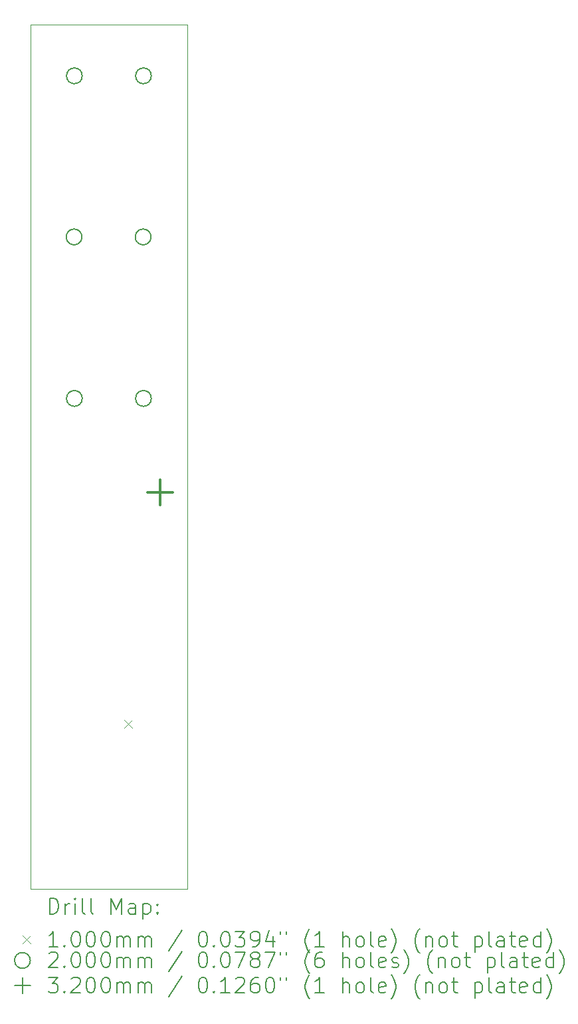
<source format=gbr>
%TF.GenerationSoftware,KiCad,Pcbnew,7.0.1.1-36-gbcf78dbe24-dirty-deb11*%
%TF.CreationDate,Date%
%TF.ProjectId,RP2040-VCO,52503230-3430-42d5-9643-4f2e6b696361,rev?*%
%TF.SameCoordinates,Original*%
%TF.FileFunction,Drillmap*%
%TF.FilePolarity,Positive*%
%FSLAX45Y45*%
G04 Gerber Fmt 4.5, Leading zero omitted, Abs format (unit mm)*
G04 Created by KiCad*
%MOMM*%
%LPD*%
G01*
G04 APERTURE LIST*
%ADD10C,0.050000*%
%ADD11C,0.200000*%
%ADD12C,0.100000*%
%ADD13C,0.320000*%
G04 APERTURE END LIST*
D10*
X9400000Y-3650000D02*
X9400000Y-14650000D01*
X7400000Y-3650000D02*
X9400000Y-3650000D01*
X7400000Y-3650000D02*
X7400000Y-14650000D01*
X7400000Y-14650000D02*
X9400000Y-14650000D01*
D11*
D12*
X8596000Y-12500000D02*
X8696000Y-12600000D01*
X8696000Y-12500000D02*
X8596000Y-12600000D01*
D11*
X8056000Y-6350000D02*
G75*
G03*
X8056000Y-6350000I-100000J0D01*
G01*
X8060000Y-4300000D02*
G75*
G03*
X8060000Y-4300000I-100000J0D01*
G01*
X8060000Y-8405000D02*
G75*
G03*
X8060000Y-8405000I-100000J0D01*
G01*
X8936000Y-6350000D02*
G75*
G03*
X8936000Y-6350000I-100000J0D01*
G01*
X8940000Y-4300000D02*
G75*
G03*
X8940000Y-4300000I-100000J0D01*
G01*
X8940000Y-8405000D02*
G75*
G03*
X8940000Y-8405000I-100000J0D01*
G01*
D13*
X9050000Y-9440000D02*
X9050000Y-9760000D01*
X8890000Y-9600000D02*
X9210000Y-9600000D01*
D11*
X7645119Y-14965024D02*
X7645119Y-14765024D01*
X7645119Y-14765024D02*
X7692738Y-14765024D01*
X7692738Y-14765024D02*
X7721309Y-14774548D01*
X7721309Y-14774548D02*
X7740357Y-14793595D01*
X7740357Y-14793595D02*
X7749881Y-14812643D01*
X7749881Y-14812643D02*
X7759405Y-14850738D01*
X7759405Y-14850738D02*
X7759405Y-14879309D01*
X7759405Y-14879309D02*
X7749881Y-14917405D01*
X7749881Y-14917405D02*
X7740357Y-14936452D01*
X7740357Y-14936452D02*
X7721309Y-14955500D01*
X7721309Y-14955500D02*
X7692738Y-14965024D01*
X7692738Y-14965024D02*
X7645119Y-14965024D01*
X7845119Y-14965024D02*
X7845119Y-14831690D01*
X7845119Y-14869786D02*
X7854643Y-14850738D01*
X7854643Y-14850738D02*
X7864167Y-14841214D01*
X7864167Y-14841214D02*
X7883214Y-14831690D01*
X7883214Y-14831690D02*
X7902262Y-14831690D01*
X7968928Y-14965024D02*
X7968928Y-14831690D01*
X7968928Y-14765024D02*
X7959405Y-14774548D01*
X7959405Y-14774548D02*
X7968928Y-14784071D01*
X7968928Y-14784071D02*
X7978452Y-14774548D01*
X7978452Y-14774548D02*
X7968928Y-14765024D01*
X7968928Y-14765024D02*
X7968928Y-14784071D01*
X8092738Y-14965024D02*
X8073690Y-14955500D01*
X8073690Y-14955500D02*
X8064167Y-14936452D01*
X8064167Y-14936452D02*
X8064167Y-14765024D01*
X8197500Y-14965024D02*
X8178452Y-14955500D01*
X8178452Y-14955500D02*
X8168928Y-14936452D01*
X8168928Y-14936452D02*
X8168928Y-14765024D01*
X8426071Y-14965024D02*
X8426071Y-14765024D01*
X8426071Y-14765024D02*
X8492738Y-14907881D01*
X8492738Y-14907881D02*
X8559405Y-14765024D01*
X8559405Y-14765024D02*
X8559405Y-14965024D01*
X8740357Y-14965024D02*
X8740357Y-14860262D01*
X8740357Y-14860262D02*
X8730833Y-14841214D01*
X8730833Y-14841214D02*
X8711786Y-14831690D01*
X8711786Y-14831690D02*
X8673690Y-14831690D01*
X8673690Y-14831690D02*
X8654643Y-14841214D01*
X8740357Y-14955500D02*
X8721310Y-14965024D01*
X8721310Y-14965024D02*
X8673690Y-14965024D01*
X8673690Y-14965024D02*
X8654643Y-14955500D01*
X8654643Y-14955500D02*
X8645119Y-14936452D01*
X8645119Y-14936452D02*
X8645119Y-14917405D01*
X8645119Y-14917405D02*
X8654643Y-14898357D01*
X8654643Y-14898357D02*
X8673690Y-14888833D01*
X8673690Y-14888833D02*
X8721310Y-14888833D01*
X8721310Y-14888833D02*
X8740357Y-14879309D01*
X8835595Y-14831690D02*
X8835595Y-15031690D01*
X8835595Y-14841214D02*
X8854643Y-14831690D01*
X8854643Y-14831690D02*
X8892738Y-14831690D01*
X8892738Y-14831690D02*
X8911786Y-14841214D01*
X8911786Y-14841214D02*
X8921310Y-14850738D01*
X8921310Y-14850738D02*
X8930833Y-14869786D01*
X8930833Y-14869786D02*
X8930833Y-14926928D01*
X8930833Y-14926928D02*
X8921310Y-14945976D01*
X8921310Y-14945976D02*
X8911786Y-14955500D01*
X8911786Y-14955500D02*
X8892738Y-14965024D01*
X8892738Y-14965024D02*
X8854643Y-14965024D01*
X8854643Y-14965024D02*
X8835595Y-14955500D01*
X9016548Y-14945976D02*
X9026071Y-14955500D01*
X9026071Y-14955500D02*
X9016548Y-14965024D01*
X9016548Y-14965024D02*
X9007024Y-14955500D01*
X9007024Y-14955500D02*
X9016548Y-14945976D01*
X9016548Y-14945976D02*
X9016548Y-14965024D01*
X9016548Y-14841214D02*
X9026071Y-14850738D01*
X9026071Y-14850738D02*
X9016548Y-14860262D01*
X9016548Y-14860262D02*
X9007024Y-14850738D01*
X9007024Y-14850738D02*
X9016548Y-14841214D01*
X9016548Y-14841214D02*
X9016548Y-14860262D01*
D12*
X7297500Y-15242500D02*
X7397500Y-15342500D01*
X7397500Y-15242500D02*
X7297500Y-15342500D01*
D11*
X7749881Y-15385024D02*
X7635595Y-15385024D01*
X7692738Y-15385024D02*
X7692738Y-15185024D01*
X7692738Y-15185024D02*
X7673690Y-15213595D01*
X7673690Y-15213595D02*
X7654643Y-15232643D01*
X7654643Y-15232643D02*
X7635595Y-15242167D01*
X7835595Y-15365976D02*
X7845119Y-15375500D01*
X7845119Y-15375500D02*
X7835595Y-15385024D01*
X7835595Y-15385024D02*
X7826071Y-15375500D01*
X7826071Y-15375500D02*
X7835595Y-15365976D01*
X7835595Y-15365976D02*
X7835595Y-15385024D01*
X7968928Y-15185024D02*
X7987976Y-15185024D01*
X7987976Y-15185024D02*
X8007024Y-15194548D01*
X8007024Y-15194548D02*
X8016548Y-15204071D01*
X8016548Y-15204071D02*
X8026071Y-15223119D01*
X8026071Y-15223119D02*
X8035595Y-15261214D01*
X8035595Y-15261214D02*
X8035595Y-15308833D01*
X8035595Y-15308833D02*
X8026071Y-15346928D01*
X8026071Y-15346928D02*
X8016548Y-15365976D01*
X8016548Y-15365976D02*
X8007024Y-15375500D01*
X8007024Y-15375500D02*
X7987976Y-15385024D01*
X7987976Y-15385024D02*
X7968928Y-15385024D01*
X7968928Y-15385024D02*
X7949881Y-15375500D01*
X7949881Y-15375500D02*
X7940357Y-15365976D01*
X7940357Y-15365976D02*
X7930833Y-15346928D01*
X7930833Y-15346928D02*
X7921309Y-15308833D01*
X7921309Y-15308833D02*
X7921309Y-15261214D01*
X7921309Y-15261214D02*
X7930833Y-15223119D01*
X7930833Y-15223119D02*
X7940357Y-15204071D01*
X7940357Y-15204071D02*
X7949881Y-15194548D01*
X7949881Y-15194548D02*
X7968928Y-15185024D01*
X8159405Y-15185024D02*
X8178452Y-15185024D01*
X8178452Y-15185024D02*
X8197500Y-15194548D01*
X8197500Y-15194548D02*
X8207024Y-15204071D01*
X8207024Y-15204071D02*
X8216548Y-15223119D01*
X8216548Y-15223119D02*
X8226071Y-15261214D01*
X8226071Y-15261214D02*
X8226071Y-15308833D01*
X8226071Y-15308833D02*
X8216548Y-15346928D01*
X8216548Y-15346928D02*
X8207024Y-15365976D01*
X8207024Y-15365976D02*
X8197500Y-15375500D01*
X8197500Y-15375500D02*
X8178452Y-15385024D01*
X8178452Y-15385024D02*
X8159405Y-15385024D01*
X8159405Y-15385024D02*
X8140357Y-15375500D01*
X8140357Y-15375500D02*
X8130833Y-15365976D01*
X8130833Y-15365976D02*
X8121309Y-15346928D01*
X8121309Y-15346928D02*
X8111786Y-15308833D01*
X8111786Y-15308833D02*
X8111786Y-15261214D01*
X8111786Y-15261214D02*
X8121309Y-15223119D01*
X8121309Y-15223119D02*
X8130833Y-15204071D01*
X8130833Y-15204071D02*
X8140357Y-15194548D01*
X8140357Y-15194548D02*
X8159405Y-15185024D01*
X8349881Y-15185024D02*
X8368929Y-15185024D01*
X8368929Y-15185024D02*
X8387976Y-15194548D01*
X8387976Y-15194548D02*
X8397500Y-15204071D01*
X8397500Y-15204071D02*
X8407024Y-15223119D01*
X8407024Y-15223119D02*
X8416548Y-15261214D01*
X8416548Y-15261214D02*
X8416548Y-15308833D01*
X8416548Y-15308833D02*
X8407024Y-15346928D01*
X8407024Y-15346928D02*
X8397500Y-15365976D01*
X8397500Y-15365976D02*
X8387976Y-15375500D01*
X8387976Y-15375500D02*
X8368929Y-15385024D01*
X8368929Y-15385024D02*
X8349881Y-15385024D01*
X8349881Y-15385024D02*
X8330833Y-15375500D01*
X8330833Y-15375500D02*
X8321309Y-15365976D01*
X8321309Y-15365976D02*
X8311786Y-15346928D01*
X8311786Y-15346928D02*
X8302262Y-15308833D01*
X8302262Y-15308833D02*
X8302262Y-15261214D01*
X8302262Y-15261214D02*
X8311786Y-15223119D01*
X8311786Y-15223119D02*
X8321309Y-15204071D01*
X8321309Y-15204071D02*
X8330833Y-15194548D01*
X8330833Y-15194548D02*
X8349881Y-15185024D01*
X8502262Y-15385024D02*
X8502262Y-15251690D01*
X8502262Y-15270738D02*
X8511786Y-15261214D01*
X8511786Y-15261214D02*
X8530833Y-15251690D01*
X8530833Y-15251690D02*
X8559405Y-15251690D01*
X8559405Y-15251690D02*
X8578452Y-15261214D01*
X8578452Y-15261214D02*
X8587976Y-15280262D01*
X8587976Y-15280262D02*
X8587976Y-15385024D01*
X8587976Y-15280262D02*
X8597500Y-15261214D01*
X8597500Y-15261214D02*
X8616548Y-15251690D01*
X8616548Y-15251690D02*
X8645119Y-15251690D01*
X8645119Y-15251690D02*
X8664167Y-15261214D01*
X8664167Y-15261214D02*
X8673691Y-15280262D01*
X8673691Y-15280262D02*
X8673691Y-15385024D01*
X8768929Y-15385024D02*
X8768929Y-15251690D01*
X8768929Y-15270738D02*
X8778452Y-15261214D01*
X8778452Y-15261214D02*
X8797500Y-15251690D01*
X8797500Y-15251690D02*
X8826072Y-15251690D01*
X8826072Y-15251690D02*
X8845119Y-15261214D01*
X8845119Y-15261214D02*
X8854643Y-15280262D01*
X8854643Y-15280262D02*
X8854643Y-15385024D01*
X8854643Y-15280262D02*
X8864167Y-15261214D01*
X8864167Y-15261214D02*
X8883214Y-15251690D01*
X8883214Y-15251690D02*
X8911786Y-15251690D01*
X8911786Y-15251690D02*
X8930833Y-15261214D01*
X8930833Y-15261214D02*
X8940357Y-15280262D01*
X8940357Y-15280262D02*
X8940357Y-15385024D01*
X9330833Y-15175500D02*
X9159405Y-15432643D01*
X9587976Y-15185024D02*
X9607024Y-15185024D01*
X9607024Y-15185024D02*
X9626072Y-15194548D01*
X9626072Y-15194548D02*
X9635595Y-15204071D01*
X9635595Y-15204071D02*
X9645119Y-15223119D01*
X9645119Y-15223119D02*
X9654643Y-15261214D01*
X9654643Y-15261214D02*
X9654643Y-15308833D01*
X9654643Y-15308833D02*
X9645119Y-15346928D01*
X9645119Y-15346928D02*
X9635595Y-15365976D01*
X9635595Y-15365976D02*
X9626072Y-15375500D01*
X9626072Y-15375500D02*
X9607024Y-15385024D01*
X9607024Y-15385024D02*
X9587976Y-15385024D01*
X9587976Y-15385024D02*
X9568929Y-15375500D01*
X9568929Y-15375500D02*
X9559405Y-15365976D01*
X9559405Y-15365976D02*
X9549881Y-15346928D01*
X9549881Y-15346928D02*
X9540357Y-15308833D01*
X9540357Y-15308833D02*
X9540357Y-15261214D01*
X9540357Y-15261214D02*
X9549881Y-15223119D01*
X9549881Y-15223119D02*
X9559405Y-15204071D01*
X9559405Y-15204071D02*
X9568929Y-15194548D01*
X9568929Y-15194548D02*
X9587976Y-15185024D01*
X9740357Y-15365976D02*
X9749881Y-15375500D01*
X9749881Y-15375500D02*
X9740357Y-15385024D01*
X9740357Y-15385024D02*
X9730834Y-15375500D01*
X9730834Y-15375500D02*
X9740357Y-15365976D01*
X9740357Y-15365976D02*
X9740357Y-15385024D01*
X9873691Y-15185024D02*
X9892738Y-15185024D01*
X9892738Y-15185024D02*
X9911786Y-15194548D01*
X9911786Y-15194548D02*
X9921310Y-15204071D01*
X9921310Y-15204071D02*
X9930834Y-15223119D01*
X9930834Y-15223119D02*
X9940357Y-15261214D01*
X9940357Y-15261214D02*
X9940357Y-15308833D01*
X9940357Y-15308833D02*
X9930834Y-15346928D01*
X9930834Y-15346928D02*
X9921310Y-15365976D01*
X9921310Y-15365976D02*
X9911786Y-15375500D01*
X9911786Y-15375500D02*
X9892738Y-15385024D01*
X9892738Y-15385024D02*
X9873691Y-15385024D01*
X9873691Y-15385024D02*
X9854643Y-15375500D01*
X9854643Y-15375500D02*
X9845119Y-15365976D01*
X9845119Y-15365976D02*
X9835595Y-15346928D01*
X9835595Y-15346928D02*
X9826072Y-15308833D01*
X9826072Y-15308833D02*
X9826072Y-15261214D01*
X9826072Y-15261214D02*
X9835595Y-15223119D01*
X9835595Y-15223119D02*
X9845119Y-15204071D01*
X9845119Y-15204071D02*
X9854643Y-15194548D01*
X9854643Y-15194548D02*
X9873691Y-15185024D01*
X10007024Y-15185024D02*
X10130834Y-15185024D01*
X10130834Y-15185024D02*
X10064167Y-15261214D01*
X10064167Y-15261214D02*
X10092738Y-15261214D01*
X10092738Y-15261214D02*
X10111786Y-15270738D01*
X10111786Y-15270738D02*
X10121310Y-15280262D01*
X10121310Y-15280262D02*
X10130834Y-15299309D01*
X10130834Y-15299309D02*
X10130834Y-15346928D01*
X10130834Y-15346928D02*
X10121310Y-15365976D01*
X10121310Y-15365976D02*
X10111786Y-15375500D01*
X10111786Y-15375500D02*
X10092738Y-15385024D01*
X10092738Y-15385024D02*
X10035595Y-15385024D01*
X10035595Y-15385024D02*
X10016548Y-15375500D01*
X10016548Y-15375500D02*
X10007024Y-15365976D01*
X10226072Y-15385024D02*
X10264167Y-15385024D01*
X10264167Y-15385024D02*
X10283215Y-15375500D01*
X10283215Y-15375500D02*
X10292738Y-15365976D01*
X10292738Y-15365976D02*
X10311786Y-15337405D01*
X10311786Y-15337405D02*
X10321310Y-15299309D01*
X10321310Y-15299309D02*
X10321310Y-15223119D01*
X10321310Y-15223119D02*
X10311786Y-15204071D01*
X10311786Y-15204071D02*
X10302262Y-15194548D01*
X10302262Y-15194548D02*
X10283215Y-15185024D01*
X10283215Y-15185024D02*
X10245119Y-15185024D01*
X10245119Y-15185024D02*
X10226072Y-15194548D01*
X10226072Y-15194548D02*
X10216548Y-15204071D01*
X10216548Y-15204071D02*
X10207024Y-15223119D01*
X10207024Y-15223119D02*
X10207024Y-15270738D01*
X10207024Y-15270738D02*
X10216548Y-15289786D01*
X10216548Y-15289786D02*
X10226072Y-15299309D01*
X10226072Y-15299309D02*
X10245119Y-15308833D01*
X10245119Y-15308833D02*
X10283215Y-15308833D01*
X10283215Y-15308833D02*
X10302262Y-15299309D01*
X10302262Y-15299309D02*
X10311786Y-15289786D01*
X10311786Y-15289786D02*
X10321310Y-15270738D01*
X10492738Y-15251690D02*
X10492738Y-15385024D01*
X10445119Y-15175500D02*
X10397500Y-15318357D01*
X10397500Y-15318357D02*
X10521310Y-15318357D01*
X10587976Y-15185024D02*
X10587976Y-15223119D01*
X10664167Y-15185024D02*
X10664167Y-15223119D01*
X10959405Y-15461214D02*
X10949881Y-15451690D01*
X10949881Y-15451690D02*
X10930834Y-15423119D01*
X10930834Y-15423119D02*
X10921310Y-15404071D01*
X10921310Y-15404071D02*
X10911786Y-15375500D01*
X10911786Y-15375500D02*
X10902262Y-15327881D01*
X10902262Y-15327881D02*
X10902262Y-15289786D01*
X10902262Y-15289786D02*
X10911786Y-15242167D01*
X10911786Y-15242167D02*
X10921310Y-15213595D01*
X10921310Y-15213595D02*
X10930834Y-15194548D01*
X10930834Y-15194548D02*
X10949881Y-15165976D01*
X10949881Y-15165976D02*
X10959405Y-15156452D01*
X11140357Y-15385024D02*
X11026072Y-15385024D01*
X11083215Y-15385024D02*
X11083215Y-15185024D01*
X11083215Y-15185024D02*
X11064167Y-15213595D01*
X11064167Y-15213595D02*
X11045119Y-15232643D01*
X11045119Y-15232643D02*
X11026072Y-15242167D01*
X11378453Y-15385024D02*
X11378453Y-15185024D01*
X11464167Y-15385024D02*
X11464167Y-15280262D01*
X11464167Y-15280262D02*
X11454643Y-15261214D01*
X11454643Y-15261214D02*
X11435596Y-15251690D01*
X11435596Y-15251690D02*
X11407024Y-15251690D01*
X11407024Y-15251690D02*
X11387976Y-15261214D01*
X11387976Y-15261214D02*
X11378453Y-15270738D01*
X11587976Y-15385024D02*
X11568929Y-15375500D01*
X11568929Y-15375500D02*
X11559405Y-15365976D01*
X11559405Y-15365976D02*
X11549881Y-15346928D01*
X11549881Y-15346928D02*
X11549881Y-15289786D01*
X11549881Y-15289786D02*
X11559405Y-15270738D01*
X11559405Y-15270738D02*
X11568929Y-15261214D01*
X11568929Y-15261214D02*
X11587976Y-15251690D01*
X11587976Y-15251690D02*
X11616548Y-15251690D01*
X11616548Y-15251690D02*
X11635596Y-15261214D01*
X11635596Y-15261214D02*
X11645119Y-15270738D01*
X11645119Y-15270738D02*
X11654643Y-15289786D01*
X11654643Y-15289786D02*
X11654643Y-15346928D01*
X11654643Y-15346928D02*
X11645119Y-15365976D01*
X11645119Y-15365976D02*
X11635596Y-15375500D01*
X11635596Y-15375500D02*
X11616548Y-15385024D01*
X11616548Y-15385024D02*
X11587976Y-15385024D01*
X11768929Y-15385024D02*
X11749881Y-15375500D01*
X11749881Y-15375500D02*
X11740357Y-15356452D01*
X11740357Y-15356452D02*
X11740357Y-15185024D01*
X11921310Y-15375500D02*
X11902262Y-15385024D01*
X11902262Y-15385024D02*
X11864167Y-15385024D01*
X11864167Y-15385024D02*
X11845119Y-15375500D01*
X11845119Y-15375500D02*
X11835596Y-15356452D01*
X11835596Y-15356452D02*
X11835596Y-15280262D01*
X11835596Y-15280262D02*
X11845119Y-15261214D01*
X11845119Y-15261214D02*
X11864167Y-15251690D01*
X11864167Y-15251690D02*
X11902262Y-15251690D01*
X11902262Y-15251690D02*
X11921310Y-15261214D01*
X11921310Y-15261214D02*
X11930834Y-15280262D01*
X11930834Y-15280262D02*
X11930834Y-15299309D01*
X11930834Y-15299309D02*
X11835596Y-15318357D01*
X11997500Y-15461214D02*
X12007024Y-15451690D01*
X12007024Y-15451690D02*
X12026072Y-15423119D01*
X12026072Y-15423119D02*
X12035596Y-15404071D01*
X12035596Y-15404071D02*
X12045119Y-15375500D01*
X12045119Y-15375500D02*
X12054643Y-15327881D01*
X12054643Y-15327881D02*
X12054643Y-15289786D01*
X12054643Y-15289786D02*
X12045119Y-15242167D01*
X12045119Y-15242167D02*
X12035596Y-15213595D01*
X12035596Y-15213595D02*
X12026072Y-15194548D01*
X12026072Y-15194548D02*
X12007024Y-15165976D01*
X12007024Y-15165976D02*
X11997500Y-15156452D01*
X12359405Y-15461214D02*
X12349881Y-15451690D01*
X12349881Y-15451690D02*
X12330834Y-15423119D01*
X12330834Y-15423119D02*
X12321310Y-15404071D01*
X12321310Y-15404071D02*
X12311786Y-15375500D01*
X12311786Y-15375500D02*
X12302262Y-15327881D01*
X12302262Y-15327881D02*
X12302262Y-15289786D01*
X12302262Y-15289786D02*
X12311786Y-15242167D01*
X12311786Y-15242167D02*
X12321310Y-15213595D01*
X12321310Y-15213595D02*
X12330834Y-15194548D01*
X12330834Y-15194548D02*
X12349881Y-15165976D01*
X12349881Y-15165976D02*
X12359405Y-15156452D01*
X12435596Y-15251690D02*
X12435596Y-15385024D01*
X12435596Y-15270738D02*
X12445119Y-15261214D01*
X12445119Y-15261214D02*
X12464167Y-15251690D01*
X12464167Y-15251690D02*
X12492738Y-15251690D01*
X12492738Y-15251690D02*
X12511786Y-15261214D01*
X12511786Y-15261214D02*
X12521310Y-15280262D01*
X12521310Y-15280262D02*
X12521310Y-15385024D01*
X12645119Y-15385024D02*
X12626072Y-15375500D01*
X12626072Y-15375500D02*
X12616548Y-15365976D01*
X12616548Y-15365976D02*
X12607024Y-15346928D01*
X12607024Y-15346928D02*
X12607024Y-15289786D01*
X12607024Y-15289786D02*
X12616548Y-15270738D01*
X12616548Y-15270738D02*
X12626072Y-15261214D01*
X12626072Y-15261214D02*
X12645119Y-15251690D01*
X12645119Y-15251690D02*
X12673691Y-15251690D01*
X12673691Y-15251690D02*
X12692738Y-15261214D01*
X12692738Y-15261214D02*
X12702262Y-15270738D01*
X12702262Y-15270738D02*
X12711786Y-15289786D01*
X12711786Y-15289786D02*
X12711786Y-15346928D01*
X12711786Y-15346928D02*
X12702262Y-15365976D01*
X12702262Y-15365976D02*
X12692738Y-15375500D01*
X12692738Y-15375500D02*
X12673691Y-15385024D01*
X12673691Y-15385024D02*
X12645119Y-15385024D01*
X12768929Y-15251690D02*
X12845119Y-15251690D01*
X12797500Y-15185024D02*
X12797500Y-15356452D01*
X12797500Y-15356452D02*
X12807024Y-15375500D01*
X12807024Y-15375500D02*
X12826072Y-15385024D01*
X12826072Y-15385024D02*
X12845119Y-15385024D01*
X13064167Y-15251690D02*
X13064167Y-15451690D01*
X13064167Y-15261214D02*
X13083215Y-15251690D01*
X13083215Y-15251690D02*
X13121310Y-15251690D01*
X13121310Y-15251690D02*
X13140358Y-15261214D01*
X13140358Y-15261214D02*
X13149881Y-15270738D01*
X13149881Y-15270738D02*
X13159405Y-15289786D01*
X13159405Y-15289786D02*
X13159405Y-15346928D01*
X13159405Y-15346928D02*
X13149881Y-15365976D01*
X13149881Y-15365976D02*
X13140358Y-15375500D01*
X13140358Y-15375500D02*
X13121310Y-15385024D01*
X13121310Y-15385024D02*
X13083215Y-15385024D01*
X13083215Y-15385024D02*
X13064167Y-15375500D01*
X13273691Y-15385024D02*
X13254643Y-15375500D01*
X13254643Y-15375500D02*
X13245119Y-15356452D01*
X13245119Y-15356452D02*
X13245119Y-15185024D01*
X13435596Y-15385024D02*
X13435596Y-15280262D01*
X13435596Y-15280262D02*
X13426072Y-15261214D01*
X13426072Y-15261214D02*
X13407024Y-15251690D01*
X13407024Y-15251690D02*
X13368929Y-15251690D01*
X13368929Y-15251690D02*
X13349881Y-15261214D01*
X13435596Y-15375500D02*
X13416548Y-15385024D01*
X13416548Y-15385024D02*
X13368929Y-15385024D01*
X13368929Y-15385024D02*
X13349881Y-15375500D01*
X13349881Y-15375500D02*
X13340358Y-15356452D01*
X13340358Y-15356452D02*
X13340358Y-15337405D01*
X13340358Y-15337405D02*
X13349881Y-15318357D01*
X13349881Y-15318357D02*
X13368929Y-15308833D01*
X13368929Y-15308833D02*
X13416548Y-15308833D01*
X13416548Y-15308833D02*
X13435596Y-15299309D01*
X13502262Y-15251690D02*
X13578453Y-15251690D01*
X13530834Y-15185024D02*
X13530834Y-15356452D01*
X13530834Y-15356452D02*
X13540358Y-15375500D01*
X13540358Y-15375500D02*
X13559405Y-15385024D01*
X13559405Y-15385024D02*
X13578453Y-15385024D01*
X13721310Y-15375500D02*
X13702262Y-15385024D01*
X13702262Y-15385024D02*
X13664167Y-15385024D01*
X13664167Y-15385024D02*
X13645119Y-15375500D01*
X13645119Y-15375500D02*
X13635596Y-15356452D01*
X13635596Y-15356452D02*
X13635596Y-15280262D01*
X13635596Y-15280262D02*
X13645119Y-15261214D01*
X13645119Y-15261214D02*
X13664167Y-15251690D01*
X13664167Y-15251690D02*
X13702262Y-15251690D01*
X13702262Y-15251690D02*
X13721310Y-15261214D01*
X13721310Y-15261214D02*
X13730834Y-15280262D01*
X13730834Y-15280262D02*
X13730834Y-15299309D01*
X13730834Y-15299309D02*
X13635596Y-15318357D01*
X13902262Y-15385024D02*
X13902262Y-15185024D01*
X13902262Y-15375500D02*
X13883215Y-15385024D01*
X13883215Y-15385024D02*
X13845119Y-15385024D01*
X13845119Y-15385024D02*
X13826072Y-15375500D01*
X13826072Y-15375500D02*
X13816548Y-15365976D01*
X13816548Y-15365976D02*
X13807024Y-15346928D01*
X13807024Y-15346928D02*
X13807024Y-15289786D01*
X13807024Y-15289786D02*
X13816548Y-15270738D01*
X13816548Y-15270738D02*
X13826072Y-15261214D01*
X13826072Y-15261214D02*
X13845119Y-15251690D01*
X13845119Y-15251690D02*
X13883215Y-15251690D01*
X13883215Y-15251690D02*
X13902262Y-15261214D01*
X13978453Y-15461214D02*
X13987977Y-15451690D01*
X13987977Y-15451690D02*
X14007024Y-15423119D01*
X14007024Y-15423119D02*
X14016548Y-15404071D01*
X14016548Y-15404071D02*
X14026072Y-15375500D01*
X14026072Y-15375500D02*
X14035596Y-15327881D01*
X14035596Y-15327881D02*
X14035596Y-15289786D01*
X14035596Y-15289786D02*
X14026072Y-15242167D01*
X14026072Y-15242167D02*
X14016548Y-15213595D01*
X14016548Y-15213595D02*
X14007024Y-15194548D01*
X14007024Y-15194548D02*
X13987977Y-15165976D01*
X13987977Y-15165976D02*
X13978453Y-15156452D01*
X7397500Y-15556500D02*
G75*
G03*
X7397500Y-15556500I-100000J0D01*
G01*
X7635595Y-15468071D02*
X7645119Y-15458548D01*
X7645119Y-15458548D02*
X7664167Y-15449024D01*
X7664167Y-15449024D02*
X7711786Y-15449024D01*
X7711786Y-15449024D02*
X7730833Y-15458548D01*
X7730833Y-15458548D02*
X7740357Y-15468071D01*
X7740357Y-15468071D02*
X7749881Y-15487119D01*
X7749881Y-15487119D02*
X7749881Y-15506167D01*
X7749881Y-15506167D02*
X7740357Y-15534738D01*
X7740357Y-15534738D02*
X7626071Y-15649024D01*
X7626071Y-15649024D02*
X7749881Y-15649024D01*
X7835595Y-15629976D02*
X7845119Y-15639500D01*
X7845119Y-15639500D02*
X7835595Y-15649024D01*
X7835595Y-15649024D02*
X7826071Y-15639500D01*
X7826071Y-15639500D02*
X7835595Y-15629976D01*
X7835595Y-15629976D02*
X7835595Y-15649024D01*
X7968928Y-15449024D02*
X7987976Y-15449024D01*
X7987976Y-15449024D02*
X8007024Y-15458548D01*
X8007024Y-15458548D02*
X8016548Y-15468071D01*
X8016548Y-15468071D02*
X8026071Y-15487119D01*
X8026071Y-15487119D02*
X8035595Y-15525214D01*
X8035595Y-15525214D02*
X8035595Y-15572833D01*
X8035595Y-15572833D02*
X8026071Y-15610928D01*
X8026071Y-15610928D02*
X8016548Y-15629976D01*
X8016548Y-15629976D02*
X8007024Y-15639500D01*
X8007024Y-15639500D02*
X7987976Y-15649024D01*
X7987976Y-15649024D02*
X7968928Y-15649024D01*
X7968928Y-15649024D02*
X7949881Y-15639500D01*
X7949881Y-15639500D02*
X7940357Y-15629976D01*
X7940357Y-15629976D02*
X7930833Y-15610928D01*
X7930833Y-15610928D02*
X7921309Y-15572833D01*
X7921309Y-15572833D02*
X7921309Y-15525214D01*
X7921309Y-15525214D02*
X7930833Y-15487119D01*
X7930833Y-15487119D02*
X7940357Y-15468071D01*
X7940357Y-15468071D02*
X7949881Y-15458548D01*
X7949881Y-15458548D02*
X7968928Y-15449024D01*
X8159405Y-15449024D02*
X8178452Y-15449024D01*
X8178452Y-15449024D02*
X8197500Y-15458548D01*
X8197500Y-15458548D02*
X8207024Y-15468071D01*
X8207024Y-15468071D02*
X8216548Y-15487119D01*
X8216548Y-15487119D02*
X8226071Y-15525214D01*
X8226071Y-15525214D02*
X8226071Y-15572833D01*
X8226071Y-15572833D02*
X8216548Y-15610928D01*
X8216548Y-15610928D02*
X8207024Y-15629976D01*
X8207024Y-15629976D02*
X8197500Y-15639500D01*
X8197500Y-15639500D02*
X8178452Y-15649024D01*
X8178452Y-15649024D02*
X8159405Y-15649024D01*
X8159405Y-15649024D02*
X8140357Y-15639500D01*
X8140357Y-15639500D02*
X8130833Y-15629976D01*
X8130833Y-15629976D02*
X8121309Y-15610928D01*
X8121309Y-15610928D02*
X8111786Y-15572833D01*
X8111786Y-15572833D02*
X8111786Y-15525214D01*
X8111786Y-15525214D02*
X8121309Y-15487119D01*
X8121309Y-15487119D02*
X8130833Y-15468071D01*
X8130833Y-15468071D02*
X8140357Y-15458548D01*
X8140357Y-15458548D02*
X8159405Y-15449024D01*
X8349881Y-15449024D02*
X8368929Y-15449024D01*
X8368929Y-15449024D02*
X8387976Y-15458548D01*
X8387976Y-15458548D02*
X8397500Y-15468071D01*
X8397500Y-15468071D02*
X8407024Y-15487119D01*
X8407024Y-15487119D02*
X8416548Y-15525214D01*
X8416548Y-15525214D02*
X8416548Y-15572833D01*
X8416548Y-15572833D02*
X8407024Y-15610928D01*
X8407024Y-15610928D02*
X8397500Y-15629976D01*
X8397500Y-15629976D02*
X8387976Y-15639500D01*
X8387976Y-15639500D02*
X8368929Y-15649024D01*
X8368929Y-15649024D02*
X8349881Y-15649024D01*
X8349881Y-15649024D02*
X8330833Y-15639500D01*
X8330833Y-15639500D02*
X8321309Y-15629976D01*
X8321309Y-15629976D02*
X8311786Y-15610928D01*
X8311786Y-15610928D02*
X8302262Y-15572833D01*
X8302262Y-15572833D02*
X8302262Y-15525214D01*
X8302262Y-15525214D02*
X8311786Y-15487119D01*
X8311786Y-15487119D02*
X8321309Y-15468071D01*
X8321309Y-15468071D02*
X8330833Y-15458548D01*
X8330833Y-15458548D02*
X8349881Y-15449024D01*
X8502262Y-15649024D02*
X8502262Y-15515690D01*
X8502262Y-15534738D02*
X8511786Y-15525214D01*
X8511786Y-15525214D02*
X8530833Y-15515690D01*
X8530833Y-15515690D02*
X8559405Y-15515690D01*
X8559405Y-15515690D02*
X8578452Y-15525214D01*
X8578452Y-15525214D02*
X8587976Y-15544262D01*
X8587976Y-15544262D02*
X8587976Y-15649024D01*
X8587976Y-15544262D02*
X8597500Y-15525214D01*
X8597500Y-15525214D02*
X8616548Y-15515690D01*
X8616548Y-15515690D02*
X8645119Y-15515690D01*
X8645119Y-15515690D02*
X8664167Y-15525214D01*
X8664167Y-15525214D02*
X8673691Y-15544262D01*
X8673691Y-15544262D02*
X8673691Y-15649024D01*
X8768929Y-15649024D02*
X8768929Y-15515690D01*
X8768929Y-15534738D02*
X8778452Y-15525214D01*
X8778452Y-15525214D02*
X8797500Y-15515690D01*
X8797500Y-15515690D02*
X8826072Y-15515690D01*
X8826072Y-15515690D02*
X8845119Y-15525214D01*
X8845119Y-15525214D02*
X8854643Y-15544262D01*
X8854643Y-15544262D02*
X8854643Y-15649024D01*
X8854643Y-15544262D02*
X8864167Y-15525214D01*
X8864167Y-15525214D02*
X8883214Y-15515690D01*
X8883214Y-15515690D02*
X8911786Y-15515690D01*
X8911786Y-15515690D02*
X8930833Y-15525214D01*
X8930833Y-15525214D02*
X8940357Y-15544262D01*
X8940357Y-15544262D02*
X8940357Y-15649024D01*
X9330833Y-15439500D02*
X9159405Y-15696643D01*
X9587976Y-15449024D02*
X9607024Y-15449024D01*
X9607024Y-15449024D02*
X9626072Y-15458548D01*
X9626072Y-15458548D02*
X9635595Y-15468071D01*
X9635595Y-15468071D02*
X9645119Y-15487119D01*
X9645119Y-15487119D02*
X9654643Y-15525214D01*
X9654643Y-15525214D02*
X9654643Y-15572833D01*
X9654643Y-15572833D02*
X9645119Y-15610928D01*
X9645119Y-15610928D02*
X9635595Y-15629976D01*
X9635595Y-15629976D02*
X9626072Y-15639500D01*
X9626072Y-15639500D02*
X9607024Y-15649024D01*
X9607024Y-15649024D02*
X9587976Y-15649024D01*
X9587976Y-15649024D02*
X9568929Y-15639500D01*
X9568929Y-15639500D02*
X9559405Y-15629976D01*
X9559405Y-15629976D02*
X9549881Y-15610928D01*
X9549881Y-15610928D02*
X9540357Y-15572833D01*
X9540357Y-15572833D02*
X9540357Y-15525214D01*
X9540357Y-15525214D02*
X9549881Y-15487119D01*
X9549881Y-15487119D02*
X9559405Y-15468071D01*
X9559405Y-15468071D02*
X9568929Y-15458548D01*
X9568929Y-15458548D02*
X9587976Y-15449024D01*
X9740357Y-15629976D02*
X9749881Y-15639500D01*
X9749881Y-15639500D02*
X9740357Y-15649024D01*
X9740357Y-15649024D02*
X9730834Y-15639500D01*
X9730834Y-15639500D02*
X9740357Y-15629976D01*
X9740357Y-15629976D02*
X9740357Y-15649024D01*
X9873691Y-15449024D02*
X9892738Y-15449024D01*
X9892738Y-15449024D02*
X9911786Y-15458548D01*
X9911786Y-15458548D02*
X9921310Y-15468071D01*
X9921310Y-15468071D02*
X9930834Y-15487119D01*
X9930834Y-15487119D02*
X9940357Y-15525214D01*
X9940357Y-15525214D02*
X9940357Y-15572833D01*
X9940357Y-15572833D02*
X9930834Y-15610928D01*
X9930834Y-15610928D02*
X9921310Y-15629976D01*
X9921310Y-15629976D02*
X9911786Y-15639500D01*
X9911786Y-15639500D02*
X9892738Y-15649024D01*
X9892738Y-15649024D02*
X9873691Y-15649024D01*
X9873691Y-15649024D02*
X9854643Y-15639500D01*
X9854643Y-15639500D02*
X9845119Y-15629976D01*
X9845119Y-15629976D02*
X9835595Y-15610928D01*
X9835595Y-15610928D02*
X9826072Y-15572833D01*
X9826072Y-15572833D02*
X9826072Y-15525214D01*
X9826072Y-15525214D02*
X9835595Y-15487119D01*
X9835595Y-15487119D02*
X9845119Y-15468071D01*
X9845119Y-15468071D02*
X9854643Y-15458548D01*
X9854643Y-15458548D02*
X9873691Y-15449024D01*
X10007024Y-15449024D02*
X10140357Y-15449024D01*
X10140357Y-15449024D02*
X10054643Y-15649024D01*
X10245119Y-15534738D02*
X10226072Y-15525214D01*
X10226072Y-15525214D02*
X10216548Y-15515690D01*
X10216548Y-15515690D02*
X10207024Y-15496643D01*
X10207024Y-15496643D02*
X10207024Y-15487119D01*
X10207024Y-15487119D02*
X10216548Y-15468071D01*
X10216548Y-15468071D02*
X10226072Y-15458548D01*
X10226072Y-15458548D02*
X10245119Y-15449024D01*
X10245119Y-15449024D02*
X10283215Y-15449024D01*
X10283215Y-15449024D02*
X10302262Y-15458548D01*
X10302262Y-15458548D02*
X10311786Y-15468071D01*
X10311786Y-15468071D02*
X10321310Y-15487119D01*
X10321310Y-15487119D02*
X10321310Y-15496643D01*
X10321310Y-15496643D02*
X10311786Y-15515690D01*
X10311786Y-15515690D02*
X10302262Y-15525214D01*
X10302262Y-15525214D02*
X10283215Y-15534738D01*
X10283215Y-15534738D02*
X10245119Y-15534738D01*
X10245119Y-15534738D02*
X10226072Y-15544262D01*
X10226072Y-15544262D02*
X10216548Y-15553786D01*
X10216548Y-15553786D02*
X10207024Y-15572833D01*
X10207024Y-15572833D02*
X10207024Y-15610928D01*
X10207024Y-15610928D02*
X10216548Y-15629976D01*
X10216548Y-15629976D02*
X10226072Y-15639500D01*
X10226072Y-15639500D02*
X10245119Y-15649024D01*
X10245119Y-15649024D02*
X10283215Y-15649024D01*
X10283215Y-15649024D02*
X10302262Y-15639500D01*
X10302262Y-15639500D02*
X10311786Y-15629976D01*
X10311786Y-15629976D02*
X10321310Y-15610928D01*
X10321310Y-15610928D02*
X10321310Y-15572833D01*
X10321310Y-15572833D02*
X10311786Y-15553786D01*
X10311786Y-15553786D02*
X10302262Y-15544262D01*
X10302262Y-15544262D02*
X10283215Y-15534738D01*
X10387976Y-15449024D02*
X10521310Y-15449024D01*
X10521310Y-15449024D02*
X10435595Y-15649024D01*
X10587976Y-15449024D02*
X10587976Y-15487119D01*
X10664167Y-15449024D02*
X10664167Y-15487119D01*
X10959405Y-15725214D02*
X10949881Y-15715690D01*
X10949881Y-15715690D02*
X10930834Y-15687119D01*
X10930834Y-15687119D02*
X10921310Y-15668071D01*
X10921310Y-15668071D02*
X10911786Y-15639500D01*
X10911786Y-15639500D02*
X10902262Y-15591881D01*
X10902262Y-15591881D02*
X10902262Y-15553786D01*
X10902262Y-15553786D02*
X10911786Y-15506167D01*
X10911786Y-15506167D02*
X10921310Y-15477595D01*
X10921310Y-15477595D02*
X10930834Y-15458548D01*
X10930834Y-15458548D02*
X10949881Y-15429976D01*
X10949881Y-15429976D02*
X10959405Y-15420452D01*
X11121310Y-15449024D02*
X11083215Y-15449024D01*
X11083215Y-15449024D02*
X11064167Y-15458548D01*
X11064167Y-15458548D02*
X11054643Y-15468071D01*
X11054643Y-15468071D02*
X11035596Y-15496643D01*
X11035596Y-15496643D02*
X11026072Y-15534738D01*
X11026072Y-15534738D02*
X11026072Y-15610928D01*
X11026072Y-15610928D02*
X11035596Y-15629976D01*
X11035596Y-15629976D02*
X11045119Y-15639500D01*
X11045119Y-15639500D02*
X11064167Y-15649024D01*
X11064167Y-15649024D02*
X11102262Y-15649024D01*
X11102262Y-15649024D02*
X11121310Y-15639500D01*
X11121310Y-15639500D02*
X11130834Y-15629976D01*
X11130834Y-15629976D02*
X11140357Y-15610928D01*
X11140357Y-15610928D02*
X11140357Y-15563309D01*
X11140357Y-15563309D02*
X11130834Y-15544262D01*
X11130834Y-15544262D02*
X11121310Y-15534738D01*
X11121310Y-15534738D02*
X11102262Y-15525214D01*
X11102262Y-15525214D02*
X11064167Y-15525214D01*
X11064167Y-15525214D02*
X11045119Y-15534738D01*
X11045119Y-15534738D02*
X11035596Y-15544262D01*
X11035596Y-15544262D02*
X11026072Y-15563309D01*
X11378453Y-15649024D02*
X11378453Y-15449024D01*
X11464167Y-15649024D02*
X11464167Y-15544262D01*
X11464167Y-15544262D02*
X11454643Y-15525214D01*
X11454643Y-15525214D02*
X11435596Y-15515690D01*
X11435596Y-15515690D02*
X11407024Y-15515690D01*
X11407024Y-15515690D02*
X11387976Y-15525214D01*
X11387976Y-15525214D02*
X11378453Y-15534738D01*
X11587976Y-15649024D02*
X11568929Y-15639500D01*
X11568929Y-15639500D02*
X11559405Y-15629976D01*
X11559405Y-15629976D02*
X11549881Y-15610928D01*
X11549881Y-15610928D02*
X11549881Y-15553786D01*
X11549881Y-15553786D02*
X11559405Y-15534738D01*
X11559405Y-15534738D02*
X11568929Y-15525214D01*
X11568929Y-15525214D02*
X11587976Y-15515690D01*
X11587976Y-15515690D02*
X11616548Y-15515690D01*
X11616548Y-15515690D02*
X11635596Y-15525214D01*
X11635596Y-15525214D02*
X11645119Y-15534738D01*
X11645119Y-15534738D02*
X11654643Y-15553786D01*
X11654643Y-15553786D02*
X11654643Y-15610928D01*
X11654643Y-15610928D02*
X11645119Y-15629976D01*
X11645119Y-15629976D02*
X11635596Y-15639500D01*
X11635596Y-15639500D02*
X11616548Y-15649024D01*
X11616548Y-15649024D02*
X11587976Y-15649024D01*
X11768929Y-15649024D02*
X11749881Y-15639500D01*
X11749881Y-15639500D02*
X11740357Y-15620452D01*
X11740357Y-15620452D02*
X11740357Y-15449024D01*
X11921310Y-15639500D02*
X11902262Y-15649024D01*
X11902262Y-15649024D02*
X11864167Y-15649024D01*
X11864167Y-15649024D02*
X11845119Y-15639500D01*
X11845119Y-15639500D02*
X11835596Y-15620452D01*
X11835596Y-15620452D02*
X11835596Y-15544262D01*
X11835596Y-15544262D02*
X11845119Y-15525214D01*
X11845119Y-15525214D02*
X11864167Y-15515690D01*
X11864167Y-15515690D02*
X11902262Y-15515690D01*
X11902262Y-15515690D02*
X11921310Y-15525214D01*
X11921310Y-15525214D02*
X11930834Y-15544262D01*
X11930834Y-15544262D02*
X11930834Y-15563309D01*
X11930834Y-15563309D02*
X11835596Y-15582357D01*
X12007024Y-15639500D02*
X12026072Y-15649024D01*
X12026072Y-15649024D02*
X12064167Y-15649024D01*
X12064167Y-15649024D02*
X12083215Y-15639500D01*
X12083215Y-15639500D02*
X12092738Y-15620452D01*
X12092738Y-15620452D02*
X12092738Y-15610928D01*
X12092738Y-15610928D02*
X12083215Y-15591881D01*
X12083215Y-15591881D02*
X12064167Y-15582357D01*
X12064167Y-15582357D02*
X12035596Y-15582357D01*
X12035596Y-15582357D02*
X12016548Y-15572833D01*
X12016548Y-15572833D02*
X12007024Y-15553786D01*
X12007024Y-15553786D02*
X12007024Y-15544262D01*
X12007024Y-15544262D02*
X12016548Y-15525214D01*
X12016548Y-15525214D02*
X12035596Y-15515690D01*
X12035596Y-15515690D02*
X12064167Y-15515690D01*
X12064167Y-15515690D02*
X12083215Y-15525214D01*
X12159405Y-15725214D02*
X12168929Y-15715690D01*
X12168929Y-15715690D02*
X12187977Y-15687119D01*
X12187977Y-15687119D02*
X12197500Y-15668071D01*
X12197500Y-15668071D02*
X12207024Y-15639500D01*
X12207024Y-15639500D02*
X12216548Y-15591881D01*
X12216548Y-15591881D02*
X12216548Y-15553786D01*
X12216548Y-15553786D02*
X12207024Y-15506167D01*
X12207024Y-15506167D02*
X12197500Y-15477595D01*
X12197500Y-15477595D02*
X12187977Y-15458548D01*
X12187977Y-15458548D02*
X12168929Y-15429976D01*
X12168929Y-15429976D02*
X12159405Y-15420452D01*
X12521310Y-15725214D02*
X12511786Y-15715690D01*
X12511786Y-15715690D02*
X12492738Y-15687119D01*
X12492738Y-15687119D02*
X12483215Y-15668071D01*
X12483215Y-15668071D02*
X12473691Y-15639500D01*
X12473691Y-15639500D02*
X12464167Y-15591881D01*
X12464167Y-15591881D02*
X12464167Y-15553786D01*
X12464167Y-15553786D02*
X12473691Y-15506167D01*
X12473691Y-15506167D02*
X12483215Y-15477595D01*
X12483215Y-15477595D02*
X12492738Y-15458548D01*
X12492738Y-15458548D02*
X12511786Y-15429976D01*
X12511786Y-15429976D02*
X12521310Y-15420452D01*
X12597500Y-15515690D02*
X12597500Y-15649024D01*
X12597500Y-15534738D02*
X12607024Y-15525214D01*
X12607024Y-15525214D02*
X12626072Y-15515690D01*
X12626072Y-15515690D02*
X12654643Y-15515690D01*
X12654643Y-15515690D02*
X12673691Y-15525214D01*
X12673691Y-15525214D02*
X12683215Y-15544262D01*
X12683215Y-15544262D02*
X12683215Y-15649024D01*
X12807024Y-15649024D02*
X12787977Y-15639500D01*
X12787977Y-15639500D02*
X12778453Y-15629976D01*
X12778453Y-15629976D02*
X12768929Y-15610928D01*
X12768929Y-15610928D02*
X12768929Y-15553786D01*
X12768929Y-15553786D02*
X12778453Y-15534738D01*
X12778453Y-15534738D02*
X12787977Y-15525214D01*
X12787977Y-15525214D02*
X12807024Y-15515690D01*
X12807024Y-15515690D02*
X12835596Y-15515690D01*
X12835596Y-15515690D02*
X12854643Y-15525214D01*
X12854643Y-15525214D02*
X12864167Y-15534738D01*
X12864167Y-15534738D02*
X12873691Y-15553786D01*
X12873691Y-15553786D02*
X12873691Y-15610928D01*
X12873691Y-15610928D02*
X12864167Y-15629976D01*
X12864167Y-15629976D02*
X12854643Y-15639500D01*
X12854643Y-15639500D02*
X12835596Y-15649024D01*
X12835596Y-15649024D02*
X12807024Y-15649024D01*
X12930834Y-15515690D02*
X13007024Y-15515690D01*
X12959405Y-15449024D02*
X12959405Y-15620452D01*
X12959405Y-15620452D02*
X12968929Y-15639500D01*
X12968929Y-15639500D02*
X12987977Y-15649024D01*
X12987977Y-15649024D02*
X13007024Y-15649024D01*
X13226072Y-15515690D02*
X13226072Y-15715690D01*
X13226072Y-15525214D02*
X13245119Y-15515690D01*
X13245119Y-15515690D02*
X13283215Y-15515690D01*
X13283215Y-15515690D02*
X13302262Y-15525214D01*
X13302262Y-15525214D02*
X13311786Y-15534738D01*
X13311786Y-15534738D02*
X13321310Y-15553786D01*
X13321310Y-15553786D02*
X13321310Y-15610928D01*
X13321310Y-15610928D02*
X13311786Y-15629976D01*
X13311786Y-15629976D02*
X13302262Y-15639500D01*
X13302262Y-15639500D02*
X13283215Y-15649024D01*
X13283215Y-15649024D02*
X13245119Y-15649024D01*
X13245119Y-15649024D02*
X13226072Y-15639500D01*
X13435596Y-15649024D02*
X13416548Y-15639500D01*
X13416548Y-15639500D02*
X13407024Y-15620452D01*
X13407024Y-15620452D02*
X13407024Y-15449024D01*
X13597500Y-15649024D02*
X13597500Y-15544262D01*
X13597500Y-15544262D02*
X13587977Y-15525214D01*
X13587977Y-15525214D02*
X13568929Y-15515690D01*
X13568929Y-15515690D02*
X13530834Y-15515690D01*
X13530834Y-15515690D02*
X13511786Y-15525214D01*
X13597500Y-15639500D02*
X13578453Y-15649024D01*
X13578453Y-15649024D02*
X13530834Y-15649024D01*
X13530834Y-15649024D02*
X13511786Y-15639500D01*
X13511786Y-15639500D02*
X13502262Y-15620452D01*
X13502262Y-15620452D02*
X13502262Y-15601405D01*
X13502262Y-15601405D02*
X13511786Y-15582357D01*
X13511786Y-15582357D02*
X13530834Y-15572833D01*
X13530834Y-15572833D02*
X13578453Y-15572833D01*
X13578453Y-15572833D02*
X13597500Y-15563309D01*
X13664167Y-15515690D02*
X13740358Y-15515690D01*
X13692739Y-15449024D02*
X13692739Y-15620452D01*
X13692739Y-15620452D02*
X13702262Y-15639500D01*
X13702262Y-15639500D02*
X13721310Y-15649024D01*
X13721310Y-15649024D02*
X13740358Y-15649024D01*
X13883215Y-15639500D02*
X13864167Y-15649024D01*
X13864167Y-15649024D02*
X13826072Y-15649024D01*
X13826072Y-15649024D02*
X13807024Y-15639500D01*
X13807024Y-15639500D02*
X13797500Y-15620452D01*
X13797500Y-15620452D02*
X13797500Y-15544262D01*
X13797500Y-15544262D02*
X13807024Y-15525214D01*
X13807024Y-15525214D02*
X13826072Y-15515690D01*
X13826072Y-15515690D02*
X13864167Y-15515690D01*
X13864167Y-15515690D02*
X13883215Y-15525214D01*
X13883215Y-15525214D02*
X13892739Y-15544262D01*
X13892739Y-15544262D02*
X13892739Y-15563309D01*
X13892739Y-15563309D02*
X13797500Y-15582357D01*
X14064167Y-15649024D02*
X14064167Y-15449024D01*
X14064167Y-15639500D02*
X14045120Y-15649024D01*
X14045120Y-15649024D02*
X14007024Y-15649024D01*
X14007024Y-15649024D02*
X13987977Y-15639500D01*
X13987977Y-15639500D02*
X13978453Y-15629976D01*
X13978453Y-15629976D02*
X13968929Y-15610928D01*
X13968929Y-15610928D02*
X13968929Y-15553786D01*
X13968929Y-15553786D02*
X13978453Y-15534738D01*
X13978453Y-15534738D02*
X13987977Y-15525214D01*
X13987977Y-15525214D02*
X14007024Y-15515690D01*
X14007024Y-15515690D02*
X14045120Y-15515690D01*
X14045120Y-15515690D02*
X14064167Y-15525214D01*
X14140358Y-15725214D02*
X14149881Y-15715690D01*
X14149881Y-15715690D02*
X14168929Y-15687119D01*
X14168929Y-15687119D02*
X14178453Y-15668071D01*
X14178453Y-15668071D02*
X14187977Y-15639500D01*
X14187977Y-15639500D02*
X14197500Y-15591881D01*
X14197500Y-15591881D02*
X14197500Y-15553786D01*
X14197500Y-15553786D02*
X14187977Y-15506167D01*
X14187977Y-15506167D02*
X14178453Y-15477595D01*
X14178453Y-15477595D02*
X14168929Y-15458548D01*
X14168929Y-15458548D02*
X14149881Y-15429976D01*
X14149881Y-15429976D02*
X14140358Y-15420452D01*
X7297500Y-15776500D02*
X7297500Y-15976500D01*
X7197500Y-15876500D02*
X7397500Y-15876500D01*
X7626071Y-15769024D02*
X7749881Y-15769024D01*
X7749881Y-15769024D02*
X7683214Y-15845214D01*
X7683214Y-15845214D02*
X7711786Y-15845214D01*
X7711786Y-15845214D02*
X7730833Y-15854738D01*
X7730833Y-15854738D02*
X7740357Y-15864262D01*
X7740357Y-15864262D02*
X7749881Y-15883309D01*
X7749881Y-15883309D02*
X7749881Y-15930928D01*
X7749881Y-15930928D02*
X7740357Y-15949976D01*
X7740357Y-15949976D02*
X7730833Y-15959500D01*
X7730833Y-15959500D02*
X7711786Y-15969024D01*
X7711786Y-15969024D02*
X7654643Y-15969024D01*
X7654643Y-15969024D02*
X7635595Y-15959500D01*
X7635595Y-15959500D02*
X7626071Y-15949976D01*
X7835595Y-15949976D02*
X7845119Y-15959500D01*
X7845119Y-15959500D02*
X7835595Y-15969024D01*
X7835595Y-15969024D02*
X7826071Y-15959500D01*
X7826071Y-15959500D02*
X7835595Y-15949976D01*
X7835595Y-15949976D02*
X7835595Y-15969024D01*
X7921309Y-15788071D02*
X7930833Y-15778548D01*
X7930833Y-15778548D02*
X7949881Y-15769024D01*
X7949881Y-15769024D02*
X7997500Y-15769024D01*
X7997500Y-15769024D02*
X8016548Y-15778548D01*
X8016548Y-15778548D02*
X8026071Y-15788071D01*
X8026071Y-15788071D02*
X8035595Y-15807119D01*
X8035595Y-15807119D02*
X8035595Y-15826167D01*
X8035595Y-15826167D02*
X8026071Y-15854738D01*
X8026071Y-15854738D02*
X7911786Y-15969024D01*
X7911786Y-15969024D02*
X8035595Y-15969024D01*
X8159405Y-15769024D02*
X8178452Y-15769024D01*
X8178452Y-15769024D02*
X8197500Y-15778548D01*
X8197500Y-15778548D02*
X8207024Y-15788071D01*
X8207024Y-15788071D02*
X8216548Y-15807119D01*
X8216548Y-15807119D02*
X8226071Y-15845214D01*
X8226071Y-15845214D02*
X8226071Y-15892833D01*
X8226071Y-15892833D02*
X8216548Y-15930928D01*
X8216548Y-15930928D02*
X8207024Y-15949976D01*
X8207024Y-15949976D02*
X8197500Y-15959500D01*
X8197500Y-15959500D02*
X8178452Y-15969024D01*
X8178452Y-15969024D02*
X8159405Y-15969024D01*
X8159405Y-15969024D02*
X8140357Y-15959500D01*
X8140357Y-15959500D02*
X8130833Y-15949976D01*
X8130833Y-15949976D02*
X8121309Y-15930928D01*
X8121309Y-15930928D02*
X8111786Y-15892833D01*
X8111786Y-15892833D02*
X8111786Y-15845214D01*
X8111786Y-15845214D02*
X8121309Y-15807119D01*
X8121309Y-15807119D02*
X8130833Y-15788071D01*
X8130833Y-15788071D02*
X8140357Y-15778548D01*
X8140357Y-15778548D02*
X8159405Y-15769024D01*
X8349881Y-15769024D02*
X8368929Y-15769024D01*
X8368929Y-15769024D02*
X8387976Y-15778548D01*
X8387976Y-15778548D02*
X8397500Y-15788071D01*
X8397500Y-15788071D02*
X8407024Y-15807119D01*
X8407024Y-15807119D02*
X8416548Y-15845214D01*
X8416548Y-15845214D02*
X8416548Y-15892833D01*
X8416548Y-15892833D02*
X8407024Y-15930928D01*
X8407024Y-15930928D02*
X8397500Y-15949976D01*
X8397500Y-15949976D02*
X8387976Y-15959500D01*
X8387976Y-15959500D02*
X8368929Y-15969024D01*
X8368929Y-15969024D02*
X8349881Y-15969024D01*
X8349881Y-15969024D02*
X8330833Y-15959500D01*
X8330833Y-15959500D02*
X8321309Y-15949976D01*
X8321309Y-15949976D02*
X8311786Y-15930928D01*
X8311786Y-15930928D02*
X8302262Y-15892833D01*
X8302262Y-15892833D02*
X8302262Y-15845214D01*
X8302262Y-15845214D02*
X8311786Y-15807119D01*
X8311786Y-15807119D02*
X8321309Y-15788071D01*
X8321309Y-15788071D02*
X8330833Y-15778548D01*
X8330833Y-15778548D02*
X8349881Y-15769024D01*
X8502262Y-15969024D02*
X8502262Y-15835690D01*
X8502262Y-15854738D02*
X8511786Y-15845214D01*
X8511786Y-15845214D02*
X8530833Y-15835690D01*
X8530833Y-15835690D02*
X8559405Y-15835690D01*
X8559405Y-15835690D02*
X8578452Y-15845214D01*
X8578452Y-15845214D02*
X8587976Y-15864262D01*
X8587976Y-15864262D02*
X8587976Y-15969024D01*
X8587976Y-15864262D02*
X8597500Y-15845214D01*
X8597500Y-15845214D02*
X8616548Y-15835690D01*
X8616548Y-15835690D02*
X8645119Y-15835690D01*
X8645119Y-15835690D02*
X8664167Y-15845214D01*
X8664167Y-15845214D02*
X8673691Y-15864262D01*
X8673691Y-15864262D02*
X8673691Y-15969024D01*
X8768929Y-15969024D02*
X8768929Y-15835690D01*
X8768929Y-15854738D02*
X8778452Y-15845214D01*
X8778452Y-15845214D02*
X8797500Y-15835690D01*
X8797500Y-15835690D02*
X8826072Y-15835690D01*
X8826072Y-15835690D02*
X8845119Y-15845214D01*
X8845119Y-15845214D02*
X8854643Y-15864262D01*
X8854643Y-15864262D02*
X8854643Y-15969024D01*
X8854643Y-15864262D02*
X8864167Y-15845214D01*
X8864167Y-15845214D02*
X8883214Y-15835690D01*
X8883214Y-15835690D02*
X8911786Y-15835690D01*
X8911786Y-15835690D02*
X8930833Y-15845214D01*
X8930833Y-15845214D02*
X8940357Y-15864262D01*
X8940357Y-15864262D02*
X8940357Y-15969024D01*
X9330833Y-15759500D02*
X9159405Y-16016643D01*
X9587976Y-15769024D02*
X9607024Y-15769024D01*
X9607024Y-15769024D02*
X9626072Y-15778548D01*
X9626072Y-15778548D02*
X9635595Y-15788071D01*
X9635595Y-15788071D02*
X9645119Y-15807119D01*
X9645119Y-15807119D02*
X9654643Y-15845214D01*
X9654643Y-15845214D02*
X9654643Y-15892833D01*
X9654643Y-15892833D02*
X9645119Y-15930928D01*
X9645119Y-15930928D02*
X9635595Y-15949976D01*
X9635595Y-15949976D02*
X9626072Y-15959500D01*
X9626072Y-15959500D02*
X9607024Y-15969024D01*
X9607024Y-15969024D02*
X9587976Y-15969024D01*
X9587976Y-15969024D02*
X9568929Y-15959500D01*
X9568929Y-15959500D02*
X9559405Y-15949976D01*
X9559405Y-15949976D02*
X9549881Y-15930928D01*
X9549881Y-15930928D02*
X9540357Y-15892833D01*
X9540357Y-15892833D02*
X9540357Y-15845214D01*
X9540357Y-15845214D02*
X9549881Y-15807119D01*
X9549881Y-15807119D02*
X9559405Y-15788071D01*
X9559405Y-15788071D02*
X9568929Y-15778548D01*
X9568929Y-15778548D02*
X9587976Y-15769024D01*
X9740357Y-15949976D02*
X9749881Y-15959500D01*
X9749881Y-15959500D02*
X9740357Y-15969024D01*
X9740357Y-15969024D02*
X9730834Y-15959500D01*
X9730834Y-15959500D02*
X9740357Y-15949976D01*
X9740357Y-15949976D02*
X9740357Y-15969024D01*
X9940357Y-15969024D02*
X9826072Y-15969024D01*
X9883214Y-15969024D02*
X9883214Y-15769024D01*
X9883214Y-15769024D02*
X9864167Y-15797595D01*
X9864167Y-15797595D02*
X9845119Y-15816643D01*
X9845119Y-15816643D02*
X9826072Y-15826167D01*
X10016548Y-15788071D02*
X10026072Y-15778548D01*
X10026072Y-15778548D02*
X10045119Y-15769024D01*
X10045119Y-15769024D02*
X10092738Y-15769024D01*
X10092738Y-15769024D02*
X10111786Y-15778548D01*
X10111786Y-15778548D02*
X10121310Y-15788071D01*
X10121310Y-15788071D02*
X10130834Y-15807119D01*
X10130834Y-15807119D02*
X10130834Y-15826167D01*
X10130834Y-15826167D02*
X10121310Y-15854738D01*
X10121310Y-15854738D02*
X10007024Y-15969024D01*
X10007024Y-15969024D02*
X10130834Y-15969024D01*
X10302262Y-15769024D02*
X10264167Y-15769024D01*
X10264167Y-15769024D02*
X10245119Y-15778548D01*
X10245119Y-15778548D02*
X10235595Y-15788071D01*
X10235595Y-15788071D02*
X10216548Y-15816643D01*
X10216548Y-15816643D02*
X10207024Y-15854738D01*
X10207024Y-15854738D02*
X10207024Y-15930928D01*
X10207024Y-15930928D02*
X10216548Y-15949976D01*
X10216548Y-15949976D02*
X10226072Y-15959500D01*
X10226072Y-15959500D02*
X10245119Y-15969024D01*
X10245119Y-15969024D02*
X10283215Y-15969024D01*
X10283215Y-15969024D02*
X10302262Y-15959500D01*
X10302262Y-15959500D02*
X10311786Y-15949976D01*
X10311786Y-15949976D02*
X10321310Y-15930928D01*
X10321310Y-15930928D02*
X10321310Y-15883309D01*
X10321310Y-15883309D02*
X10311786Y-15864262D01*
X10311786Y-15864262D02*
X10302262Y-15854738D01*
X10302262Y-15854738D02*
X10283215Y-15845214D01*
X10283215Y-15845214D02*
X10245119Y-15845214D01*
X10245119Y-15845214D02*
X10226072Y-15854738D01*
X10226072Y-15854738D02*
X10216548Y-15864262D01*
X10216548Y-15864262D02*
X10207024Y-15883309D01*
X10445119Y-15769024D02*
X10464167Y-15769024D01*
X10464167Y-15769024D02*
X10483215Y-15778548D01*
X10483215Y-15778548D02*
X10492738Y-15788071D01*
X10492738Y-15788071D02*
X10502262Y-15807119D01*
X10502262Y-15807119D02*
X10511786Y-15845214D01*
X10511786Y-15845214D02*
X10511786Y-15892833D01*
X10511786Y-15892833D02*
X10502262Y-15930928D01*
X10502262Y-15930928D02*
X10492738Y-15949976D01*
X10492738Y-15949976D02*
X10483215Y-15959500D01*
X10483215Y-15959500D02*
X10464167Y-15969024D01*
X10464167Y-15969024D02*
X10445119Y-15969024D01*
X10445119Y-15969024D02*
X10426072Y-15959500D01*
X10426072Y-15959500D02*
X10416548Y-15949976D01*
X10416548Y-15949976D02*
X10407024Y-15930928D01*
X10407024Y-15930928D02*
X10397500Y-15892833D01*
X10397500Y-15892833D02*
X10397500Y-15845214D01*
X10397500Y-15845214D02*
X10407024Y-15807119D01*
X10407024Y-15807119D02*
X10416548Y-15788071D01*
X10416548Y-15788071D02*
X10426072Y-15778548D01*
X10426072Y-15778548D02*
X10445119Y-15769024D01*
X10587976Y-15769024D02*
X10587976Y-15807119D01*
X10664167Y-15769024D02*
X10664167Y-15807119D01*
X10959405Y-16045214D02*
X10949881Y-16035690D01*
X10949881Y-16035690D02*
X10930834Y-16007119D01*
X10930834Y-16007119D02*
X10921310Y-15988071D01*
X10921310Y-15988071D02*
X10911786Y-15959500D01*
X10911786Y-15959500D02*
X10902262Y-15911881D01*
X10902262Y-15911881D02*
X10902262Y-15873786D01*
X10902262Y-15873786D02*
X10911786Y-15826167D01*
X10911786Y-15826167D02*
X10921310Y-15797595D01*
X10921310Y-15797595D02*
X10930834Y-15778548D01*
X10930834Y-15778548D02*
X10949881Y-15749976D01*
X10949881Y-15749976D02*
X10959405Y-15740452D01*
X11140357Y-15969024D02*
X11026072Y-15969024D01*
X11083215Y-15969024D02*
X11083215Y-15769024D01*
X11083215Y-15769024D02*
X11064167Y-15797595D01*
X11064167Y-15797595D02*
X11045119Y-15816643D01*
X11045119Y-15816643D02*
X11026072Y-15826167D01*
X11378453Y-15969024D02*
X11378453Y-15769024D01*
X11464167Y-15969024D02*
X11464167Y-15864262D01*
X11464167Y-15864262D02*
X11454643Y-15845214D01*
X11454643Y-15845214D02*
X11435596Y-15835690D01*
X11435596Y-15835690D02*
X11407024Y-15835690D01*
X11407024Y-15835690D02*
X11387976Y-15845214D01*
X11387976Y-15845214D02*
X11378453Y-15854738D01*
X11587976Y-15969024D02*
X11568929Y-15959500D01*
X11568929Y-15959500D02*
X11559405Y-15949976D01*
X11559405Y-15949976D02*
X11549881Y-15930928D01*
X11549881Y-15930928D02*
X11549881Y-15873786D01*
X11549881Y-15873786D02*
X11559405Y-15854738D01*
X11559405Y-15854738D02*
X11568929Y-15845214D01*
X11568929Y-15845214D02*
X11587976Y-15835690D01*
X11587976Y-15835690D02*
X11616548Y-15835690D01*
X11616548Y-15835690D02*
X11635596Y-15845214D01*
X11635596Y-15845214D02*
X11645119Y-15854738D01*
X11645119Y-15854738D02*
X11654643Y-15873786D01*
X11654643Y-15873786D02*
X11654643Y-15930928D01*
X11654643Y-15930928D02*
X11645119Y-15949976D01*
X11645119Y-15949976D02*
X11635596Y-15959500D01*
X11635596Y-15959500D02*
X11616548Y-15969024D01*
X11616548Y-15969024D02*
X11587976Y-15969024D01*
X11768929Y-15969024D02*
X11749881Y-15959500D01*
X11749881Y-15959500D02*
X11740357Y-15940452D01*
X11740357Y-15940452D02*
X11740357Y-15769024D01*
X11921310Y-15959500D02*
X11902262Y-15969024D01*
X11902262Y-15969024D02*
X11864167Y-15969024D01*
X11864167Y-15969024D02*
X11845119Y-15959500D01*
X11845119Y-15959500D02*
X11835596Y-15940452D01*
X11835596Y-15940452D02*
X11835596Y-15864262D01*
X11835596Y-15864262D02*
X11845119Y-15845214D01*
X11845119Y-15845214D02*
X11864167Y-15835690D01*
X11864167Y-15835690D02*
X11902262Y-15835690D01*
X11902262Y-15835690D02*
X11921310Y-15845214D01*
X11921310Y-15845214D02*
X11930834Y-15864262D01*
X11930834Y-15864262D02*
X11930834Y-15883309D01*
X11930834Y-15883309D02*
X11835596Y-15902357D01*
X11997500Y-16045214D02*
X12007024Y-16035690D01*
X12007024Y-16035690D02*
X12026072Y-16007119D01*
X12026072Y-16007119D02*
X12035596Y-15988071D01*
X12035596Y-15988071D02*
X12045119Y-15959500D01*
X12045119Y-15959500D02*
X12054643Y-15911881D01*
X12054643Y-15911881D02*
X12054643Y-15873786D01*
X12054643Y-15873786D02*
X12045119Y-15826167D01*
X12045119Y-15826167D02*
X12035596Y-15797595D01*
X12035596Y-15797595D02*
X12026072Y-15778548D01*
X12026072Y-15778548D02*
X12007024Y-15749976D01*
X12007024Y-15749976D02*
X11997500Y-15740452D01*
X12359405Y-16045214D02*
X12349881Y-16035690D01*
X12349881Y-16035690D02*
X12330834Y-16007119D01*
X12330834Y-16007119D02*
X12321310Y-15988071D01*
X12321310Y-15988071D02*
X12311786Y-15959500D01*
X12311786Y-15959500D02*
X12302262Y-15911881D01*
X12302262Y-15911881D02*
X12302262Y-15873786D01*
X12302262Y-15873786D02*
X12311786Y-15826167D01*
X12311786Y-15826167D02*
X12321310Y-15797595D01*
X12321310Y-15797595D02*
X12330834Y-15778548D01*
X12330834Y-15778548D02*
X12349881Y-15749976D01*
X12349881Y-15749976D02*
X12359405Y-15740452D01*
X12435596Y-15835690D02*
X12435596Y-15969024D01*
X12435596Y-15854738D02*
X12445119Y-15845214D01*
X12445119Y-15845214D02*
X12464167Y-15835690D01*
X12464167Y-15835690D02*
X12492738Y-15835690D01*
X12492738Y-15835690D02*
X12511786Y-15845214D01*
X12511786Y-15845214D02*
X12521310Y-15864262D01*
X12521310Y-15864262D02*
X12521310Y-15969024D01*
X12645119Y-15969024D02*
X12626072Y-15959500D01*
X12626072Y-15959500D02*
X12616548Y-15949976D01*
X12616548Y-15949976D02*
X12607024Y-15930928D01*
X12607024Y-15930928D02*
X12607024Y-15873786D01*
X12607024Y-15873786D02*
X12616548Y-15854738D01*
X12616548Y-15854738D02*
X12626072Y-15845214D01*
X12626072Y-15845214D02*
X12645119Y-15835690D01*
X12645119Y-15835690D02*
X12673691Y-15835690D01*
X12673691Y-15835690D02*
X12692738Y-15845214D01*
X12692738Y-15845214D02*
X12702262Y-15854738D01*
X12702262Y-15854738D02*
X12711786Y-15873786D01*
X12711786Y-15873786D02*
X12711786Y-15930928D01*
X12711786Y-15930928D02*
X12702262Y-15949976D01*
X12702262Y-15949976D02*
X12692738Y-15959500D01*
X12692738Y-15959500D02*
X12673691Y-15969024D01*
X12673691Y-15969024D02*
X12645119Y-15969024D01*
X12768929Y-15835690D02*
X12845119Y-15835690D01*
X12797500Y-15769024D02*
X12797500Y-15940452D01*
X12797500Y-15940452D02*
X12807024Y-15959500D01*
X12807024Y-15959500D02*
X12826072Y-15969024D01*
X12826072Y-15969024D02*
X12845119Y-15969024D01*
X13064167Y-15835690D02*
X13064167Y-16035690D01*
X13064167Y-15845214D02*
X13083215Y-15835690D01*
X13083215Y-15835690D02*
X13121310Y-15835690D01*
X13121310Y-15835690D02*
X13140358Y-15845214D01*
X13140358Y-15845214D02*
X13149881Y-15854738D01*
X13149881Y-15854738D02*
X13159405Y-15873786D01*
X13159405Y-15873786D02*
X13159405Y-15930928D01*
X13159405Y-15930928D02*
X13149881Y-15949976D01*
X13149881Y-15949976D02*
X13140358Y-15959500D01*
X13140358Y-15959500D02*
X13121310Y-15969024D01*
X13121310Y-15969024D02*
X13083215Y-15969024D01*
X13083215Y-15969024D02*
X13064167Y-15959500D01*
X13273691Y-15969024D02*
X13254643Y-15959500D01*
X13254643Y-15959500D02*
X13245119Y-15940452D01*
X13245119Y-15940452D02*
X13245119Y-15769024D01*
X13435596Y-15969024D02*
X13435596Y-15864262D01*
X13435596Y-15864262D02*
X13426072Y-15845214D01*
X13426072Y-15845214D02*
X13407024Y-15835690D01*
X13407024Y-15835690D02*
X13368929Y-15835690D01*
X13368929Y-15835690D02*
X13349881Y-15845214D01*
X13435596Y-15959500D02*
X13416548Y-15969024D01*
X13416548Y-15969024D02*
X13368929Y-15969024D01*
X13368929Y-15969024D02*
X13349881Y-15959500D01*
X13349881Y-15959500D02*
X13340358Y-15940452D01*
X13340358Y-15940452D02*
X13340358Y-15921405D01*
X13340358Y-15921405D02*
X13349881Y-15902357D01*
X13349881Y-15902357D02*
X13368929Y-15892833D01*
X13368929Y-15892833D02*
X13416548Y-15892833D01*
X13416548Y-15892833D02*
X13435596Y-15883309D01*
X13502262Y-15835690D02*
X13578453Y-15835690D01*
X13530834Y-15769024D02*
X13530834Y-15940452D01*
X13530834Y-15940452D02*
X13540358Y-15959500D01*
X13540358Y-15959500D02*
X13559405Y-15969024D01*
X13559405Y-15969024D02*
X13578453Y-15969024D01*
X13721310Y-15959500D02*
X13702262Y-15969024D01*
X13702262Y-15969024D02*
X13664167Y-15969024D01*
X13664167Y-15969024D02*
X13645119Y-15959500D01*
X13645119Y-15959500D02*
X13635596Y-15940452D01*
X13635596Y-15940452D02*
X13635596Y-15864262D01*
X13635596Y-15864262D02*
X13645119Y-15845214D01*
X13645119Y-15845214D02*
X13664167Y-15835690D01*
X13664167Y-15835690D02*
X13702262Y-15835690D01*
X13702262Y-15835690D02*
X13721310Y-15845214D01*
X13721310Y-15845214D02*
X13730834Y-15864262D01*
X13730834Y-15864262D02*
X13730834Y-15883309D01*
X13730834Y-15883309D02*
X13635596Y-15902357D01*
X13902262Y-15969024D02*
X13902262Y-15769024D01*
X13902262Y-15959500D02*
X13883215Y-15969024D01*
X13883215Y-15969024D02*
X13845119Y-15969024D01*
X13845119Y-15969024D02*
X13826072Y-15959500D01*
X13826072Y-15959500D02*
X13816548Y-15949976D01*
X13816548Y-15949976D02*
X13807024Y-15930928D01*
X13807024Y-15930928D02*
X13807024Y-15873786D01*
X13807024Y-15873786D02*
X13816548Y-15854738D01*
X13816548Y-15854738D02*
X13826072Y-15845214D01*
X13826072Y-15845214D02*
X13845119Y-15835690D01*
X13845119Y-15835690D02*
X13883215Y-15835690D01*
X13883215Y-15835690D02*
X13902262Y-15845214D01*
X13978453Y-16045214D02*
X13987977Y-16035690D01*
X13987977Y-16035690D02*
X14007024Y-16007119D01*
X14007024Y-16007119D02*
X14016548Y-15988071D01*
X14016548Y-15988071D02*
X14026072Y-15959500D01*
X14026072Y-15959500D02*
X14035596Y-15911881D01*
X14035596Y-15911881D02*
X14035596Y-15873786D01*
X14035596Y-15873786D02*
X14026072Y-15826167D01*
X14026072Y-15826167D02*
X14016548Y-15797595D01*
X14016548Y-15797595D02*
X14007024Y-15778548D01*
X14007024Y-15778548D02*
X13987977Y-15749976D01*
X13987977Y-15749976D02*
X13978453Y-15740452D01*
M02*

</source>
